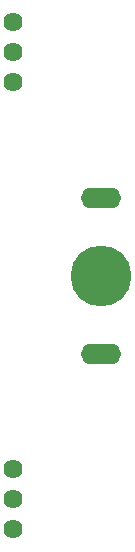
<source format=gbr>
%TF.GenerationSoftware,KiCad,Pcbnew,5.1.9-73d0e3b20d~88~ubuntu20.04.1*%
%TF.CreationDate,2021-04-11T19:31:59-07:00*%
%TF.ProjectId,encoder,656e636f-6465-4722-9e6b-696361645f70,rev?*%
%TF.SameCoordinates,Original*%
%TF.FileFunction,Soldermask,Bot*%
%TF.FilePolarity,Negative*%
%FSLAX46Y46*%
G04 Gerber Fmt 4.6, Leading zero omitted, Abs format (unit mm)*
G04 Created by KiCad (PCBNEW 5.1.9-73d0e3b20d~88~ubuntu20.04.1) date 2021-04-11 19:31:59*
%MOMM*%
%LPD*%
G01*
G04 APERTURE LIST*
%ADD10C,5.150000*%
%ADD11O,3.400000X1.750000*%
%ADD12C,1.620000*%
G04 APERTURE END LIST*
D10*
%TO.C,CN1*%
X100000000Y-100000000D03*
D11*
X100000000Y-93374800D03*
X100000000Y-106624800D03*
D12*
X92519900Y-83620000D03*
X92519900Y-81080000D03*
X92519900Y-78540000D03*
X92519900Y-121460000D03*
X92519900Y-118920000D03*
X92519900Y-116380000D03*
%TD*%
M02*

</source>
